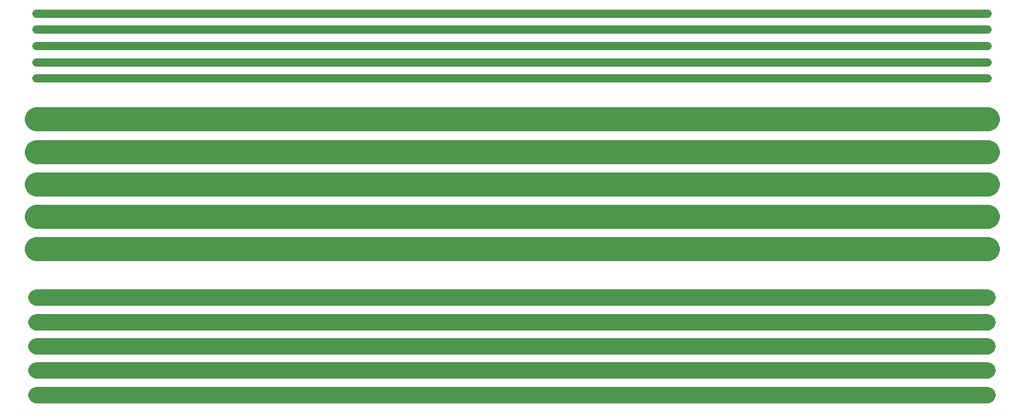
<source format=gtl>
G04*
G04 #@! TF.GenerationSoftware,Altium Limited,Altium Designer,22.2.1 (43)*
G04*
G04 Layer_Physical_Order=1*
G04 Layer_Color=255*
%FSLAX44Y44*%
%MOMM*%
G71*
G04*
G04 #@! TF.SameCoordinates,21A2D994-0326-4547-9D43-650186CD8ED5*
G04*
G04*
G04 #@! TF.FilePolarity,Positive*
G04*
G01*
G75*
%ADD10C,1.0000*%
%ADD11C,3.0000*%
%ADD12C,2.0000*%
D10*
X30000Y410000D02*
X1200000D01*
X30000Y430000D02*
X1200000D01*
X30000Y450000D02*
X1200000D01*
X30000Y470000D02*
X1200000D01*
X30000Y490000D02*
X1200000D01*
D11*
X30000Y280000D02*
X1200000D01*
X30000Y320000D02*
X1200000D01*
X30000Y360000D02*
X1200000D01*
X30000Y200000D02*
X1200000D01*
X30000Y240000D02*
X1200000D01*
D12*
X30000Y140000D02*
X1200000D01*
X30000Y110000D02*
X1200000D01*
X30000Y80000D02*
X1200000D01*
X30000Y50000D02*
X1200000D01*
X30000Y20000D02*
X1200000D01*
M02*

</source>
